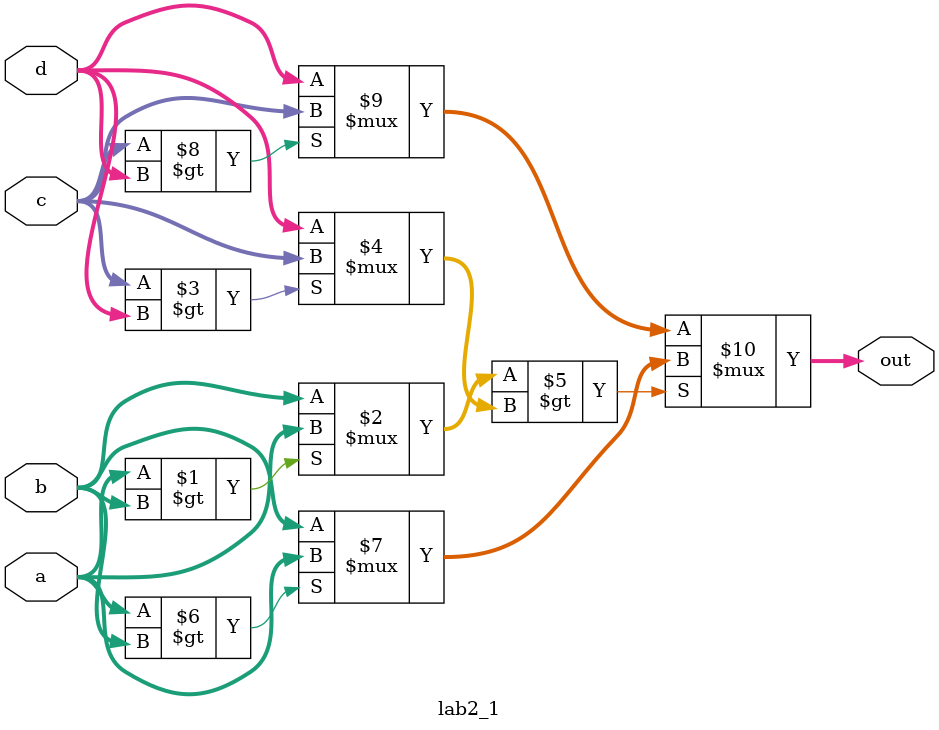
<source format=sv>
module lab2_1
#(parameter WIDTH=2, TYPE="maxsel")
(
	input [WIDTH-1:0] a, b, c, d,
	output [WIDTH-1:0] out);


    assign out = (TYPE=="minsel") ? (a < b ? a : b) < (c < d ? c : d) 
                     ? (a < b ? a : b) 
                     : (c < d ? c : d)
							: (a > b ? a : b) > (c > d ? c : d) 
                     ? (a > b ? a : b) 
                     : (c > d ? c : d); 
							
endmodule


</source>
